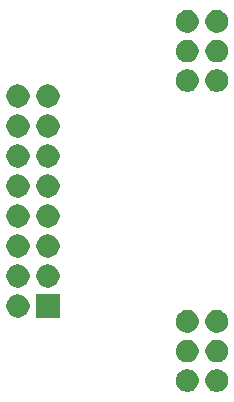
<source format=gbr>
G04 #@! TF.GenerationSoftware,KiCad,Pcbnew,(5.0.1)-3*
G04 #@! TF.CreationDate,2018-12-07T17:19:34-08:00*
G04 #@! TF.ProjectId,500-1088,3530302D313038382E6B696361645F70,rev?*
G04 #@! TF.SameCoordinates,Original*
G04 #@! TF.FileFunction,Soldermask,Top*
G04 #@! TF.FilePolarity,Negative*
%FSLAX46Y46*%
G04 Gerber Fmt 4.6, Leading zero omitted, Abs format (unit mm)*
G04 Created by KiCad (PCBNEW (5.0.1)-3) date 12/7/2018 5:19:34 PM*
%MOMM*%
%LPD*%
G01*
G04 APERTURE LIST*
%ADD10C,0.100000*%
G04 APERTURE END LIST*
D10*
G36*
X114660603Y-118414968D02*
X114660606Y-118414969D01*
X114660605Y-118414969D01*
X114835678Y-118487486D01*
X114835679Y-118487487D01*
X114993241Y-118592767D01*
X115127233Y-118726759D01*
X115127234Y-118726761D01*
X115232514Y-118884322D01*
X115288603Y-119019734D01*
X115305032Y-119059397D01*
X115342000Y-119245250D01*
X115342000Y-119434750D01*
X115305032Y-119620603D01*
X115305031Y-119620605D01*
X115232514Y-119795678D01*
X115232513Y-119795679D01*
X115127233Y-119953241D01*
X114993241Y-120087233D01*
X114913923Y-120140232D01*
X114835678Y-120192514D01*
X114700266Y-120248603D01*
X114660603Y-120265032D01*
X114474750Y-120302000D01*
X114285250Y-120302000D01*
X114099397Y-120265032D01*
X114059734Y-120248603D01*
X113924322Y-120192514D01*
X113846077Y-120140232D01*
X113766759Y-120087233D01*
X113632767Y-119953241D01*
X113527487Y-119795679D01*
X113527486Y-119795678D01*
X113454969Y-119620605D01*
X113454968Y-119620603D01*
X113418000Y-119434750D01*
X113418000Y-119245250D01*
X113454968Y-119059397D01*
X113471397Y-119019734D01*
X113527486Y-118884322D01*
X113632766Y-118726761D01*
X113632767Y-118726759D01*
X113766759Y-118592767D01*
X113924321Y-118487487D01*
X113924322Y-118487486D01*
X114099395Y-118414969D01*
X114099394Y-118414969D01*
X114099397Y-118414968D01*
X114285250Y-118378000D01*
X114474750Y-118378000D01*
X114660603Y-118414968D01*
X114660603Y-118414968D01*
G37*
G36*
X112160603Y-118414968D02*
X112160606Y-118414969D01*
X112160605Y-118414969D01*
X112335678Y-118487486D01*
X112335679Y-118487487D01*
X112493241Y-118592767D01*
X112627233Y-118726759D01*
X112627234Y-118726761D01*
X112732514Y-118884322D01*
X112788603Y-119019734D01*
X112805032Y-119059397D01*
X112842000Y-119245250D01*
X112842000Y-119434750D01*
X112805032Y-119620603D01*
X112805031Y-119620605D01*
X112732514Y-119795678D01*
X112732513Y-119795679D01*
X112627233Y-119953241D01*
X112493241Y-120087233D01*
X112413923Y-120140232D01*
X112335678Y-120192514D01*
X112200266Y-120248603D01*
X112160603Y-120265032D01*
X111974750Y-120302000D01*
X111785250Y-120302000D01*
X111599397Y-120265032D01*
X111559734Y-120248603D01*
X111424322Y-120192514D01*
X111346077Y-120140232D01*
X111266759Y-120087233D01*
X111132767Y-119953241D01*
X111027487Y-119795679D01*
X111027486Y-119795678D01*
X110954969Y-119620605D01*
X110954968Y-119620603D01*
X110918000Y-119434750D01*
X110918000Y-119245250D01*
X110954968Y-119059397D01*
X110971397Y-119019734D01*
X111027486Y-118884322D01*
X111132766Y-118726761D01*
X111132767Y-118726759D01*
X111266759Y-118592767D01*
X111424321Y-118487487D01*
X111424322Y-118487486D01*
X111599395Y-118414969D01*
X111599394Y-118414969D01*
X111599397Y-118414968D01*
X111785250Y-118378000D01*
X111974750Y-118378000D01*
X112160603Y-118414968D01*
X112160603Y-118414968D01*
G37*
G36*
X114660603Y-115914968D02*
X114660606Y-115914969D01*
X114660605Y-115914969D01*
X114835678Y-115987486D01*
X114835679Y-115987487D01*
X114993241Y-116092767D01*
X115127233Y-116226759D01*
X115127234Y-116226761D01*
X115232514Y-116384322D01*
X115288603Y-116519734D01*
X115305032Y-116559397D01*
X115342000Y-116745250D01*
X115342000Y-116934750D01*
X115305032Y-117120603D01*
X115305031Y-117120605D01*
X115232514Y-117295678D01*
X115232513Y-117295679D01*
X115127233Y-117453241D01*
X114993241Y-117587233D01*
X114913923Y-117640232D01*
X114835678Y-117692514D01*
X114700266Y-117748603D01*
X114660603Y-117765032D01*
X114474750Y-117802000D01*
X114285250Y-117802000D01*
X114099397Y-117765032D01*
X114059734Y-117748603D01*
X113924322Y-117692514D01*
X113846077Y-117640232D01*
X113766759Y-117587233D01*
X113632767Y-117453241D01*
X113527487Y-117295679D01*
X113527486Y-117295678D01*
X113454969Y-117120605D01*
X113454968Y-117120603D01*
X113418000Y-116934750D01*
X113418000Y-116745250D01*
X113454968Y-116559397D01*
X113471397Y-116519734D01*
X113527486Y-116384322D01*
X113632766Y-116226761D01*
X113632767Y-116226759D01*
X113766759Y-116092767D01*
X113924321Y-115987487D01*
X113924322Y-115987486D01*
X114099395Y-115914969D01*
X114099394Y-115914969D01*
X114099397Y-115914968D01*
X114285250Y-115878000D01*
X114474750Y-115878000D01*
X114660603Y-115914968D01*
X114660603Y-115914968D01*
G37*
G36*
X112160603Y-115914968D02*
X112160606Y-115914969D01*
X112160605Y-115914969D01*
X112335678Y-115987486D01*
X112335679Y-115987487D01*
X112493241Y-116092767D01*
X112627233Y-116226759D01*
X112627234Y-116226761D01*
X112732514Y-116384322D01*
X112788603Y-116519734D01*
X112805032Y-116559397D01*
X112842000Y-116745250D01*
X112842000Y-116934750D01*
X112805032Y-117120603D01*
X112805031Y-117120605D01*
X112732514Y-117295678D01*
X112732513Y-117295679D01*
X112627233Y-117453241D01*
X112493241Y-117587233D01*
X112413923Y-117640232D01*
X112335678Y-117692514D01*
X112200266Y-117748603D01*
X112160603Y-117765032D01*
X111974750Y-117802000D01*
X111785250Y-117802000D01*
X111599397Y-117765032D01*
X111559734Y-117748603D01*
X111424322Y-117692514D01*
X111346077Y-117640232D01*
X111266759Y-117587233D01*
X111132767Y-117453241D01*
X111027487Y-117295679D01*
X111027486Y-117295678D01*
X110954969Y-117120605D01*
X110954968Y-117120603D01*
X110918000Y-116934750D01*
X110918000Y-116745250D01*
X110954968Y-116559397D01*
X110971397Y-116519734D01*
X111027486Y-116384322D01*
X111132766Y-116226761D01*
X111132767Y-116226759D01*
X111266759Y-116092767D01*
X111424321Y-115987487D01*
X111424322Y-115987486D01*
X111599395Y-115914969D01*
X111599394Y-115914969D01*
X111599397Y-115914968D01*
X111785250Y-115878000D01*
X111974750Y-115878000D01*
X112160603Y-115914968D01*
X112160603Y-115914968D01*
G37*
G36*
X112160603Y-113414968D02*
X112160606Y-113414969D01*
X112160605Y-113414969D01*
X112335678Y-113487486D01*
X112350979Y-113497710D01*
X112493241Y-113592767D01*
X112627233Y-113726759D01*
X112627234Y-113726761D01*
X112732514Y-113884322D01*
X112771919Y-113979455D01*
X112805032Y-114059397D01*
X112842000Y-114245250D01*
X112842000Y-114434750D01*
X112805032Y-114620603D01*
X112805031Y-114620605D01*
X112732514Y-114795678D01*
X112732513Y-114795679D01*
X112627233Y-114953241D01*
X112493241Y-115087233D01*
X112413923Y-115140232D01*
X112335678Y-115192514D01*
X112200266Y-115248603D01*
X112160603Y-115265032D01*
X111974750Y-115302000D01*
X111785250Y-115302000D01*
X111599397Y-115265032D01*
X111559734Y-115248603D01*
X111424322Y-115192514D01*
X111346077Y-115140232D01*
X111266759Y-115087233D01*
X111132767Y-114953241D01*
X111027487Y-114795679D01*
X111027486Y-114795678D01*
X110954969Y-114620605D01*
X110954968Y-114620603D01*
X110918000Y-114434750D01*
X110918000Y-114245250D01*
X110954968Y-114059397D01*
X110988081Y-113979455D01*
X111027486Y-113884322D01*
X111132766Y-113726761D01*
X111132767Y-113726759D01*
X111266759Y-113592767D01*
X111409021Y-113497710D01*
X111424322Y-113487486D01*
X111599395Y-113414969D01*
X111599394Y-113414969D01*
X111599397Y-113414968D01*
X111785250Y-113378000D01*
X111974750Y-113378000D01*
X112160603Y-113414968D01*
X112160603Y-113414968D01*
G37*
G36*
X114660603Y-113414968D02*
X114660606Y-113414969D01*
X114660605Y-113414969D01*
X114835678Y-113487486D01*
X114850979Y-113497710D01*
X114993241Y-113592767D01*
X115127233Y-113726759D01*
X115127234Y-113726761D01*
X115232514Y-113884322D01*
X115271919Y-113979455D01*
X115305032Y-114059397D01*
X115342000Y-114245250D01*
X115342000Y-114434750D01*
X115305032Y-114620603D01*
X115305031Y-114620605D01*
X115232514Y-114795678D01*
X115232513Y-114795679D01*
X115127233Y-114953241D01*
X114993241Y-115087233D01*
X114913923Y-115140232D01*
X114835678Y-115192514D01*
X114700266Y-115248603D01*
X114660603Y-115265032D01*
X114474750Y-115302000D01*
X114285250Y-115302000D01*
X114099397Y-115265032D01*
X114059734Y-115248603D01*
X113924322Y-115192514D01*
X113846077Y-115140232D01*
X113766759Y-115087233D01*
X113632767Y-114953241D01*
X113527487Y-114795679D01*
X113527486Y-114795678D01*
X113454969Y-114620605D01*
X113454968Y-114620603D01*
X113418000Y-114434750D01*
X113418000Y-114245250D01*
X113454968Y-114059397D01*
X113488081Y-113979455D01*
X113527486Y-113884322D01*
X113632766Y-113726761D01*
X113632767Y-113726759D01*
X113766759Y-113592767D01*
X113909021Y-113497710D01*
X113924322Y-113487486D01*
X114099395Y-113414969D01*
X114099394Y-113414969D01*
X114099397Y-113414968D01*
X114285250Y-113378000D01*
X114474750Y-113378000D01*
X114660603Y-113414968D01*
X114660603Y-113414968D01*
G37*
G36*
X97760426Y-112067897D02*
X97824014Y-112080545D01*
X98003709Y-112154977D01*
X98165431Y-112263036D01*
X98302964Y-112400569D01*
X98411023Y-112562291D01*
X98485455Y-112741986D01*
X98523400Y-112932750D01*
X98523400Y-113127250D01*
X98485455Y-113318014D01*
X98411023Y-113497709D01*
X98302964Y-113659431D01*
X98165431Y-113796964D01*
X98003709Y-113905023D01*
X97824014Y-113979455D01*
X97760426Y-113992103D01*
X97633252Y-114017400D01*
X97438748Y-114017400D01*
X97311574Y-113992103D01*
X97247986Y-113979455D01*
X97068291Y-113905023D01*
X96906569Y-113796964D01*
X96769036Y-113659431D01*
X96660977Y-113497709D01*
X96586545Y-113318014D01*
X96548600Y-113127250D01*
X96548600Y-112932750D01*
X96586545Y-112741986D01*
X96660977Y-112562291D01*
X96769036Y-112400569D01*
X96906569Y-112263036D01*
X97068291Y-112154977D01*
X97247986Y-112080545D01*
X97311574Y-112067897D01*
X97438748Y-112042600D01*
X97633252Y-112042600D01*
X97760426Y-112067897D01*
X97760426Y-112067897D01*
G37*
G36*
X101063400Y-114017400D02*
X99088600Y-114017400D01*
X99088600Y-112042600D01*
X101063400Y-112042600D01*
X101063400Y-114017400D01*
X101063400Y-114017400D01*
G37*
G36*
X100300426Y-109527897D02*
X100364014Y-109540545D01*
X100543709Y-109614977D01*
X100705431Y-109723036D01*
X100842964Y-109860569D01*
X100951023Y-110022291D01*
X101025455Y-110201986D01*
X101063400Y-110392750D01*
X101063400Y-110587250D01*
X101025455Y-110778014D01*
X100951023Y-110957709D01*
X100842964Y-111119431D01*
X100705431Y-111256964D01*
X100543709Y-111365023D01*
X100364014Y-111439455D01*
X100300426Y-111452103D01*
X100173252Y-111477400D01*
X99978748Y-111477400D01*
X99851574Y-111452103D01*
X99787986Y-111439455D01*
X99608291Y-111365023D01*
X99446569Y-111256964D01*
X99309036Y-111119431D01*
X99200977Y-110957709D01*
X99126545Y-110778014D01*
X99088600Y-110587250D01*
X99088600Y-110392750D01*
X99126545Y-110201986D01*
X99200977Y-110022291D01*
X99309036Y-109860569D01*
X99446569Y-109723036D01*
X99608291Y-109614977D01*
X99787986Y-109540545D01*
X99851574Y-109527897D01*
X99978748Y-109502600D01*
X100173252Y-109502600D01*
X100300426Y-109527897D01*
X100300426Y-109527897D01*
G37*
G36*
X97760426Y-109527897D02*
X97824014Y-109540545D01*
X98003709Y-109614977D01*
X98165431Y-109723036D01*
X98302964Y-109860569D01*
X98411023Y-110022291D01*
X98485455Y-110201986D01*
X98523400Y-110392750D01*
X98523400Y-110587250D01*
X98485455Y-110778014D01*
X98411023Y-110957709D01*
X98302964Y-111119431D01*
X98165431Y-111256964D01*
X98003709Y-111365023D01*
X97824014Y-111439455D01*
X97760426Y-111452103D01*
X97633252Y-111477400D01*
X97438748Y-111477400D01*
X97311574Y-111452103D01*
X97247986Y-111439455D01*
X97068291Y-111365023D01*
X96906569Y-111256964D01*
X96769036Y-111119431D01*
X96660977Y-110957709D01*
X96586545Y-110778014D01*
X96548600Y-110587250D01*
X96548600Y-110392750D01*
X96586545Y-110201986D01*
X96660977Y-110022291D01*
X96769036Y-109860569D01*
X96906569Y-109723036D01*
X97068291Y-109614977D01*
X97247986Y-109540545D01*
X97311574Y-109527897D01*
X97438748Y-109502600D01*
X97633252Y-109502600D01*
X97760426Y-109527897D01*
X97760426Y-109527897D01*
G37*
G36*
X100300426Y-106987897D02*
X100364014Y-107000545D01*
X100543709Y-107074977D01*
X100705431Y-107183036D01*
X100842964Y-107320569D01*
X100951023Y-107482291D01*
X101025455Y-107661986D01*
X101063400Y-107852750D01*
X101063400Y-108047250D01*
X101025455Y-108238014D01*
X100951023Y-108417709D01*
X100842964Y-108579431D01*
X100705431Y-108716964D01*
X100543709Y-108825023D01*
X100364014Y-108899455D01*
X100300426Y-108912103D01*
X100173252Y-108937400D01*
X99978748Y-108937400D01*
X99851574Y-108912103D01*
X99787986Y-108899455D01*
X99608291Y-108825023D01*
X99446569Y-108716964D01*
X99309036Y-108579431D01*
X99200977Y-108417709D01*
X99126545Y-108238014D01*
X99088600Y-108047250D01*
X99088600Y-107852750D01*
X99126545Y-107661986D01*
X99200977Y-107482291D01*
X99309036Y-107320569D01*
X99446569Y-107183036D01*
X99608291Y-107074977D01*
X99787986Y-107000545D01*
X99851574Y-106987897D01*
X99978748Y-106962600D01*
X100173252Y-106962600D01*
X100300426Y-106987897D01*
X100300426Y-106987897D01*
G37*
G36*
X97760426Y-106987897D02*
X97824014Y-107000545D01*
X98003709Y-107074977D01*
X98165431Y-107183036D01*
X98302964Y-107320569D01*
X98411023Y-107482291D01*
X98485455Y-107661986D01*
X98523400Y-107852750D01*
X98523400Y-108047250D01*
X98485455Y-108238014D01*
X98411023Y-108417709D01*
X98302964Y-108579431D01*
X98165431Y-108716964D01*
X98003709Y-108825023D01*
X97824014Y-108899455D01*
X97760426Y-108912103D01*
X97633252Y-108937400D01*
X97438748Y-108937400D01*
X97311574Y-108912103D01*
X97247986Y-108899455D01*
X97068291Y-108825023D01*
X96906569Y-108716964D01*
X96769036Y-108579431D01*
X96660977Y-108417709D01*
X96586545Y-108238014D01*
X96548600Y-108047250D01*
X96548600Y-107852750D01*
X96586545Y-107661986D01*
X96660977Y-107482291D01*
X96769036Y-107320569D01*
X96906569Y-107183036D01*
X97068291Y-107074977D01*
X97247986Y-107000545D01*
X97311574Y-106987897D01*
X97438748Y-106962600D01*
X97633252Y-106962600D01*
X97760426Y-106987897D01*
X97760426Y-106987897D01*
G37*
G36*
X100300426Y-104447897D02*
X100364014Y-104460545D01*
X100543709Y-104534977D01*
X100705431Y-104643036D01*
X100842964Y-104780569D01*
X100951023Y-104942291D01*
X101025455Y-105121986D01*
X101063400Y-105312750D01*
X101063400Y-105507250D01*
X101025455Y-105698014D01*
X100951023Y-105877709D01*
X100842964Y-106039431D01*
X100705431Y-106176964D01*
X100543709Y-106285023D01*
X100364014Y-106359455D01*
X100300426Y-106372103D01*
X100173252Y-106397400D01*
X99978748Y-106397400D01*
X99851574Y-106372103D01*
X99787986Y-106359455D01*
X99608291Y-106285023D01*
X99446569Y-106176964D01*
X99309036Y-106039431D01*
X99200977Y-105877709D01*
X99126545Y-105698014D01*
X99088600Y-105507250D01*
X99088600Y-105312750D01*
X99126545Y-105121986D01*
X99200977Y-104942291D01*
X99309036Y-104780569D01*
X99446569Y-104643036D01*
X99608291Y-104534977D01*
X99787986Y-104460545D01*
X99851574Y-104447897D01*
X99978748Y-104422600D01*
X100173252Y-104422600D01*
X100300426Y-104447897D01*
X100300426Y-104447897D01*
G37*
G36*
X97760426Y-104447897D02*
X97824014Y-104460545D01*
X98003709Y-104534977D01*
X98165431Y-104643036D01*
X98302964Y-104780569D01*
X98411023Y-104942291D01*
X98485455Y-105121986D01*
X98523400Y-105312750D01*
X98523400Y-105507250D01*
X98485455Y-105698014D01*
X98411023Y-105877709D01*
X98302964Y-106039431D01*
X98165431Y-106176964D01*
X98003709Y-106285023D01*
X97824014Y-106359455D01*
X97760426Y-106372103D01*
X97633252Y-106397400D01*
X97438748Y-106397400D01*
X97311574Y-106372103D01*
X97247986Y-106359455D01*
X97068291Y-106285023D01*
X96906569Y-106176964D01*
X96769036Y-106039431D01*
X96660977Y-105877709D01*
X96586545Y-105698014D01*
X96548600Y-105507250D01*
X96548600Y-105312750D01*
X96586545Y-105121986D01*
X96660977Y-104942291D01*
X96769036Y-104780569D01*
X96906569Y-104643036D01*
X97068291Y-104534977D01*
X97247986Y-104460545D01*
X97311574Y-104447897D01*
X97438748Y-104422600D01*
X97633252Y-104422600D01*
X97760426Y-104447897D01*
X97760426Y-104447897D01*
G37*
G36*
X100300426Y-101907897D02*
X100364014Y-101920545D01*
X100543709Y-101994977D01*
X100705431Y-102103036D01*
X100842964Y-102240569D01*
X100951023Y-102402291D01*
X101025455Y-102581986D01*
X101063400Y-102772750D01*
X101063400Y-102967250D01*
X101025455Y-103158014D01*
X100951023Y-103337709D01*
X100842964Y-103499431D01*
X100705431Y-103636964D01*
X100543709Y-103745023D01*
X100364014Y-103819455D01*
X100300426Y-103832103D01*
X100173252Y-103857400D01*
X99978748Y-103857400D01*
X99851574Y-103832103D01*
X99787986Y-103819455D01*
X99608291Y-103745023D01*
X99446569Y-103636964D01*
X99309036Y-103499431D01*
X99200977Y-103337709D01*
X99126545Y-103158014D01*
X99088600Y-102967250D01*
X99088600Y-102772750D01*
X99126545Y-102581986D01*
X99200977Y-102402291D01*
X99309036Y-102240569D01*
X99446569Y-102103036D01*
X99608291Y-101994977D01*
X99787986Y-101920545D01*
X99851574Y-101907897D01*
X99978748Y-101882600D01*
X100173252Y-101882600D01*
X100300426Y-101907897D01*
X100300426Y-101907897D01*
G37*
G36*
X97760426Y-101907897D02*
X97824014Y-101920545D01*
X98003709Y-101994977D01*
X98165431Y-102103036D01*
X98302964Y-102240569D01*
X98411023Y-102402291D01*
X98485455Y-102581986D01*
X98523400Y-102772750D01*
X98523400Y-102967250D01*
X98485455Y-103158014D01*
X98411023Y-103337709D01*
X98302964Y-103499431D01*
X98165431Y-103636964D01*
X98003709Y-103745023D01*
X97824014Y-103819455D01*
X97760426Y-103832103D01*
X97633252Y-103857400D01*
X97438748Y-103857400D01*
X97311574Y-103832103D01*
X97247986Y-103819455D01*
X97068291Y-103745023D01*
X96906569Y-103636964D01*
X96769036Y-103499431D01*
X96660977Y-103337709D01*
X96586545Y-103158014D01*
X96548600Y-102967250D01*
X96548600Y-102772750D01*
X96586545Y-102581986D01*
X96660977Y-102402291D01*
X96769036Y-102240569D01*
X96906569Y-102103036D01*
X97068291Y-101994977D01*
X97247986Y-101920545D01*
X97311574Y-101907897D01*
X97438748Y-101882600D01*
X97633252Y-101882600D01*
X97760426Y-101907897D01*
X97760426Y-101907897D01*
G37*
G36*
X100300426Y-99367897D02*
X100364014Y-99380545D01*
X100543709Y-99454977D01*
X100705431Y-99563036D01*
X100842964Y-99700569D01*
X100951023Y-99862291D01*
X101025455Y-100041986D01*
X101063400Y-100232750D01*
X101063400Y-100427250D01*
X101025455Y-100618014D01*
X100951023Y-100797709D01*
X100842964Y-100959431D01*
X100705431Y-101096964D01*
X100543709Y-101205023D01*
X100364014Y-101279455D01*
X100300426Y-101292103D01*
X100173252Y-101317400D01*
X99978748Y-101317400D01*
X99851574Y-101292103D01*
X99787986Y-101279455D01*
X99608291Y-101205023D01*
X99446569Y-101096964D01*
X99309036Y-100959431D01*
X99200977Y-100797709D01*
X99126545Y-100618014D01*
X99088600Y-100427250D01*
X99088600Y-100232750D01*
X99126545Y-100041986D01*
X99200977Y-99862291D01*
X99309036Y-99700569D01*
X99446569Y-99563036D01*
X99608291Y-99454977D01*
X99787986Y-99380545D01*
X99851574Y-99367897D01*
X99978748Y-99342600D01*
X100173252Y-99342600D01*
X100300426Y-99367897D01*
X100300426Y-99367897D01*
G37*
G36*
X97760426Y-99367897D02*
X97824014Y-99380545D01*
X98003709Y-99454977D01*
X98165431Y-99563036D01*
X98302964Y-99700569D01*
X98411023Y-99862291D01*
X98485455Y-100041986D01*
X98523400Y-100232750D01*
X98523400Y-100427250D01*
X98485455Y-100618014D01*
X98411023Y-100797709D01*
X98302964Y-100959431D01*
X98165431Y-101096964D01*
X98003709Y-101205023D01*
X97824014Y-101279455D01*
X97760426Y-101292103D01*
X97633252Y-101317400D01*
X97438748Y-101317400D01*
X97311574Y-101292103D01*
X97247986Y-101279455D01*
X97068291Y-101205023D01*
X96906569Y-101096964D01*
X96769036Y-100959431D01*
X96660977Y-100797709D01*
X96586545Y-100618014D01*
X96548600Y-100427250D01*
X96548600Y-100232750D01*
X96586545Y-100041986D01*
X96660977Y-99862291D01*
X96769036Y-99700569D01*
X96906569Y-99563036D01*
X97068291Y-99454977D01*
X97247986Y-99380545D01*
X97311574Y-99367897D01*
X97438748Y-99342600D01*
X97633252Y-99342600D01*
X97760426Y-99367897D01*
X97760426Y-99367897D01*
G37*
G36*
X100300426Y-96827897D02*
X100364014Y-96840545D01*
X100543709Y-96914977D01*
X100705431Y-97023036D01*
X100842964Y-97160569D01*
X100951023Y-97322291D01*
X101025455Y-97501986D01*
X101063400Y-97692750D01*
X101063400Y-97887250D01*
X101025455Y-98078014D01*
X100951023Y-98257709D01*
X100842964Y-98419431D01*
X100705431Y-98556964D01*
X100543709Y-98665023D01*
X100364014Y-98739455D01*
X100300426Y-98752103D01*
X100173252Y-98777400D01*
X99978748Y-98777400D01*
X99851574Y-98752103D01*
X99787986Y-98739455D01*
X99608291Y-98665023D01*
X99446569Y-98556964D01*
X99309036Y-98419431D01*
X99200977Y-98257709D01*
X99126545Y-98078014D01*
X99088600Y-97887250D01*
X99088600Y-97692750D01*
X99126545Y-97501986D01*
X99200977Y-97322291D01*
X99309036Y-97160569D01*
X99446569Y-97023036D01*
X99608291Y-96914977D01*
X99787986Y-96840545D01*
X99851574Y-96827897D01*
X99978748Y-96802600D01*
X100173252Y-96802600D01*
X100300426Y-96827897D01*
X100300426Y-96827897D01*
G37*
G36*
X97760426Y-96827897D02*
X97824014Y-96840545D01*
X98003709Y-96914977D01*
X98165431Y-97023036D01*
X98302964Y-97160569D01*
X98411023Y-97322291D01*
X98485455Y-97501986D01*
X98523400Y-97692750D01*
X98523400Y-97887250D01*
X98485455Y-98078014D01*
X98411023Y-98257709D01*
X98302964Y-98419431D01*
X98165431Y-98556964D01*
X98003709Y-98665023D01*
X97824014Y-98739455D01*
X97760426Y-98752103D01*
X97633252Y-98777400D01*
X97438748Y-98777400D01*
X97311574Y-98752103D01*
X97247986Y-98739455D01*
X97068291Y-98665023D01*
X96906569Y-98556964D01*
X96769036Y-98419431D01*
X96660977Y-98257709D01*
X96586545Y-98078014D01*
X96548600Y-97887250D01*
X96548600Y-97692750D01*
X96586545Y-97501986D01*
X96660977Y-97322291D01*
X96769036Y-97160569D01*
X96906569Y-97023036D01*
X97068291Y-96914977D01*
X97247986Y-96840545D01*
X97311574Y-96827897D01*
X97438748Y-96802600D01*
X97633252Y-96802600D01*
X97760426Y-96827897D01*
X97760426Y-96827897D01*
G37*
G36*
X97760426Y-94287897D02*
X97824014Y-94300545D01*
X98003709Y-94374977D01*
X98165431Y-94483036D01*
X98302964Y-94620569D01*
X98411023Y-94782291D01*
X98485455Y-94961986D01*
X98523400Y-95152750D01*
X98523400Y-95347250D01*
X98485455Y-95538014D01*
X98411023Y-95717709D01*
X98302964Y-95879431D01*
X98165431Y-96016964D01*
X98003709Y-96125023D01*
X97824014Y-96199455D01*
X97760426Y-96212103D01*
X97633252Y-96237400D01*
X97438748Y-96237400D01*
X97311574Y-96212103D01*
X97247986Y-96199455D01*
X97068291Y-96125023D01*
X96906569Y-96016964D01*
X96769036Y-95879431D01*
X96660977Y-95717709D01*
X96586545Y-95538014D01*
X96548600Y-95347250D01*
X96548600Y-95152750D01*
X96586545Y-94961986D01*
X96660977Y-94782291D01*
X96769036Y-94620569D01*
X96906569Y-94483036D01*
X97068291Y-94374977D01*
X97247986Y-94300545D01*
X97311574Y-94287897D01*
X97438748Y-94262600D01*
X97633252Y-94262600D01*
X97760426Y-94287897D01*
X97760426Y-94287897D01*
G37*
G36*
X100300426Y-94287897D02*
X100364014Y-94300545D01*
X100543709Y-94374977D01*
X100705431Y-94483036D01*
X100842964Y-94620569D01*
X100951023Y-94782291D01*
X101025455Y-94961986D01*
X101063400Y-95152750D01*
X101063400Y-95347250D01*
X101025455Y-95538014D01*
X100951023Y-95717709D01*
X100842964Y-95879431D01*
X100705431Y-96016964D01*
X100543709Y-96125023D01*
X100364014Y-96199455D01*
X100300426Y-96212103D01*
X100173252Y-96237400D01*
X99978748Y-96237400D01*
X99851574Y-96212103D01*
X99787986Y-96199455D01*
X99608291Y-96125023D01*
X99446569Y-96016964D01*
X99309036Y-95879431D01*
X99200977Y-95717709D01*
X99126545Y-95538014D01*
X99088600Y-95347250D01*
X99088600Y-95152750D01*
X99126545Y-94961986D01*
X99200977Y-94782291D01*
X99309036Y-94620569D01*
X99446569Y-94483036D01*
X99608291Y-94374977D01*
X99787986Y-94300545D01*
X99851574Y-94287897D01*
X99978748Y-94262600D01*
X100173252Y-94262600D01*
X100300426Y-94287897D01*
X100300426Y-94287897D01*
G37*
G36*
X112160603Y-93014968D02*
X112160606Y-93014969D01*
X112160605Y-93014969D01*
X112335678Y-93087486D01*
X112335679Y-93087487D01*
X112493241Y-93192767D01*
X112627233Y-93326759D01*
X112627234Y-93326761D01*
X112732514Y-93484322D01*
X112788603Y-93619734D01*
X112805032Y-93659397D01*
X112842000Y-93845250D01*
X112842000Y-94034750D01*
X112805032Y-94220603D01*
X112805031Y-94220605D01*
X112732514Y-94395678D01*
X112732513Y-94395679D01*
X112627233Y-94553241D01*
X112493241Y-94687233D01*
X112413923Y-94740232D01*
X112335678Y-94792514D01*
X112200266Y-94848603D01*
X112160603Y-94865032D01*
X111974750Y-94902000D01*
X111785250Y-94902000D01*
X111599397Y-94865032D01*
X111559734Y-94848603D01*
X111424322Y-94792514D01*
X111346077Y-94740232D01*
X111266759Y-94687233D01*
X111132767Y-94553241D01*
X111027487Y-94395679D01*
X111027486Y-94395678D01*
X110954969Y-94220605D01*
X110954968Y-94220603D01*
X110918000Y-94034750D01*
X110918000Y-93845250D01*
X110954968Y-93659397D01*
X110971397Y-93619734D01*
X111027486Y-93484322D01*
X111132766Y-93326761D01*
X111132767Y-93326759D01*
X111266759Y-93192767D01*
X111424321Y-93087487D01*
X111424322Y-93087486D01*
X111599395Y-93014969D01*
X111599394Y-93014969D01*
X111599397Y-93014968D01*
X111785250Y-92978000D01*
X111974750Y-92978000D01*
X112160603Y-93014968D01*
X112160603Y-93014968D01*
G37*
G36*
X114660603Y-93014968D02*
X114660606Y-93014969D01*
X114660605Y-93014969D01*
X114835678Y-93087486D01*
X114835679Y-93087487D01*
X114993241Y-93192767D01*
X115127233Y-93326759D01*
X115127234Y-93326761D01*
X115232514Y-93484322D01*
X115288603Y-93619734D01*
X115305032Y-93659397D01*
X115342000Y-93845250D01*
X115342000Y-94034750D01*
X115305032Y-94220603D01*
X115305031Y-94220605D01*
X115232514Y-94395678D01*
X115232513Y-94395679D01*
X115127233Y-94553241D01*
X114993241Y-94687233D01*
X114913923Y-94740232D01*
X114835678Y-94792514D01*
X114700266Y-94848603D01*
X114660603Y-94865032D01*
X114474750Y-94902000D01*
X114285250Y-94902000D01*
X114099397Y-94865032D01*
X114059734Y-94848603D01*
X113924322Y-94792514D01*
X113846077Y-94740232D01*
X113766759Y-94687233D01*
X113632767Y-94553241D01*
X113527487Y-94395679D01*
X113527486Y-94395678D01*
X113454969Y-94220605D01*
X113454968Y-94220603D01*
X113418000Y-94034750D01*
X113418000Y-93845250D01*
X113454968Y-93659397D01*
X113471397Y-93619734D01*
X113527486Y-93484322D01*
X113632766Y-93326761D01*
X113632767Y-93326759D01*
X113766759Y-93192767D01*
X113924321Y-93087487D01*
X113924322Y-93087486D01*
X114099395Y-93014969D01*
X114099394Y-93014969D01*
X114099397Y-93014968D01*
X114285250Y-92978000D01*
X114474750Y-92978000D01*
X114660603Y-93014968D01*
X114660603Y-93014968D01*
G37*
G36*
X112160603Y-90514968D02*
X112160606Y-90514969D01*
X112160605Y-90514969D01*
X112335678Y-90587486D01*
X112335679Y-90587487D01*
X112493241Y-90692767D01*
X112627233Y-90826759D01*
X112627234Y-90826761D01*
X112732514Y-90984322D01*
X112788603Y-91119734D01*
X112805032Y-91159397D01*
X112842000Y-91345250D01*
X112842000Y-91534750D01*
X112805032Y-91720603D01*
X112805031Y-91720605D01*
X112732514Y-91895678D01*
X112732513Y-91895679D01*
X112627233Y-92053241D01*
X112493241Y-92187233D01*
X112413923Y-92240232D01*
X112335678Y-92292514D01*
X112200266Y-92348603D01*
X112160603Y-92365032D01*
X111974750Y-92402000D01*
X111785250Y-92402000D01*
X111599397Y-92365032D01*
X111559734Y-92348603D01*
X111424322Y-92292514D01*
X111346077Y-92240232D01*
X111266759Y-92187233D01*
X111132767Y-92053241D01*
X111027487Y-91895679D01*
X111027486Y-91895678D01*
X110954969Y-91720605D01*
X110954968Y-91720603D01*
X110918000Y-91534750D01*
X110918000Y-91345250D01*
X110954968Y-91159397D01*
X110971397Y-91119734D01*
X111027486Y-90984322D01*
X111132766Y-90826761D01*
X111132767Y-90826759D01*
X111266759Y-90692767D01*
X111424321Y-90587487D01*
X111424322Y-90587486D01*
X111599395Y-90514969D01*
X111599394Y-90514969D01*
X111599397Y-90514968D01*
X111785250Y-90478000D01*
X111974750Y-90478000D01*
X112160603Y-90514968D01*
X112160603Y-90514968D01*
G37*
G36*
X114660603Y-90514968D02*
X114660606Y-90514969D01*
X114660605Y-90514969D01*
X114835678Y-90587486D01*
X114835679Y-90587487D01*
X114993241Y-90692767D01*
X115127233Y-90826759D01*
X115127234Y-90826761D01*
X115232514Y-90984322D01*
X115288603Y-91119734D01*
X115305032Y-91159397D01*
X115342000Y-91345250D01*
X115342000Y-91534750D01*
X115305032Y-91720603D01*
X115305031Y-91720605D01*
X115232514Y-91895678D01*
X115232513Y-91895679D01*
X115127233Y-92053241D01*
X114993241Y-92187233D01*
X114913923Y-92240232D01*
X114835678Y-92292514D01*
X114700266Y-92348603D01*
X114660603Y-92365032D01*
X114474750Y-92402000D01*
X114285250Y-92402000D01*
X114099397Y-92365032D01*
X114059734Y-92348603D01*
X113924322Y-92292514D01*
X113846077Y-92240232D01*
X113766759Y-92187233D01*
X113632767Y-92053241D01*
X113527487Y-91895679D01*
X113527486Y-91895678D01*
X113454969Y-91720605D01*
X113454968Y-91720603D01*
X113418000Y-91534750D01*
X113418000Y-91345250D01*
X113454968Y-91159397D01*
X113471397Y-91119734D01*
X113527486Y-90984322D01*
X113632766Y-90826761D01*
X113632767Y-90826759D01*
X113766759Y-90692767D01*
X113924321Y-90587487D01*
X113924322Y-90587486D01*
X114099395Y-90514969D01*
X114099394Y-90514969D01*
X114099397Y-90514968D01*
X114285250Y-90478000D01*
X114474750Y-90478000D01*
X114660603Y-90514968D01*
X114660603Y-90514968D01*
G37*
G36*
X112160603Y-88014968D02*
X112160606Y-88014969D01*
X112160605Y-88014969D01*
X112335678Y-88087486D01*
X112335679Y-88087487D01*
X112493241Y-88192767D01*
X112627233Y-88326759D01*
X112627234Y-88326761D01*
X112732514Y-88484322D01*
X112788603Y-88619734D01*
X112805032Y-88659397D01*
X112842000Y-88845250D01*
X112842000Y-89034750D01*
X112805032Y-89220603D01*
X112805031Y-89220605D01*
X112732514Y-89395678D01*
X112732513Y-89395679D01*
X112627233Y-89553241D01*
X112493241Y-89687233D01*
X112413923Y-89740232D01*
X112335678Y-89792514D01*
X112200266Y-89848603D01*
X112160603Y-89865032D01*
X111974750Y-89902000D01*
X111785250Y-89902000D01*
X111599397Y-89865032D01*
X111559734Y-89848603D01*
X111424322Y-89792514D01*
X111346077Y-89740232D01*
X111266759Y-89687233D01*
X111132767Y-89553241D01*
X111027487Y-89395679D01*
X111027486Y-89395678D01*
X110954969Y-89220605D01*
X110954968Y-89220603D01*
X110918000Y-89034750D01*
X110918000Y-88845250D01*
X110954968Y-88659397D01*
X110971397Y-88619734D01*
X111027486Y-88484322D01*
X111132766Y-88326761D01*
X111132767Y-88326759D01*
X111266759Y-88192767D01*
X111424321Y-88087487D01*
X111424322Y-88087486D01*
X111599395Y-88014969D01*
X111599394Y-88014969D01*
X111599397Y-88014968D01*
X111785250Y-87978000D01*
X111974750Y-87978000D01*
X112160603Y-88014968D01*
X112160603Y-88014968D01*
G37*
G36*
X114660603Y-88014968D02*
X114660606Y-88014969D01*
X114660605Y-88014969D01*
X114835678Y-88087486D01*
X114835679Y-88087487D01*
X114993241Y-88192767D01*
X115127233Y-88326759D01*
X115127234Y-88326761D01*
X115232514Y-88484322D01*
X115288603Y-88619734D01*
X115305032Y-88659397D01*
X115342000Y-88845250D01*
X115342000Y-89034750D01*
X115305032Y-89220603D01*
X115305031Y-89220605D01*
X115232514Y-89395678D01*
X115232513Y-89395679D01*
X115127233Y-89553241D01*
X114993241Y-89687233D01*
X114913923Y-89740232D01*
X114835678Y-89792514D01*
X114700266Y-89848603D01*
X114660603Y-89865032D01*
X114474750Y-89902000D01*
X114285250Y-89902000D01*
X114099397Y-89865032D01*
X114059734Y-89848603D01*
X113924322Y-89792514D01*
X113846077Y-89740232D01*
X113766759Y-89687233D01*
X113632767Y-89553241D01*
X113527487Y-89395679D01*
X113527486Y-89395678D01*
X113454969Y-89220605D01*
X113454968Y-89220603D01*
X113418000Y-89034750D01*
X113418000Y-88845250D01*
X113454968Y-88659397D01*
X113471397Y-88619734D01*
X113527486Y-88484322D01*
X113632766Y-88326761D01*
X113632767Y-88326759D01*
X113766759Y-88192767D01*
X113924321Y-88087487D01*
X113924322Y-88087486D01*
X114099395Y-88014969D01*
X114099394Y-88014969D01*
X114099397Y-88014968D01*
X114285250Y-87978000D01*
X114474750Y-87978000D01*
X114660603Y-88014968D01*
X114660603Y-88014968D01*
G37*
M02*

</source>
